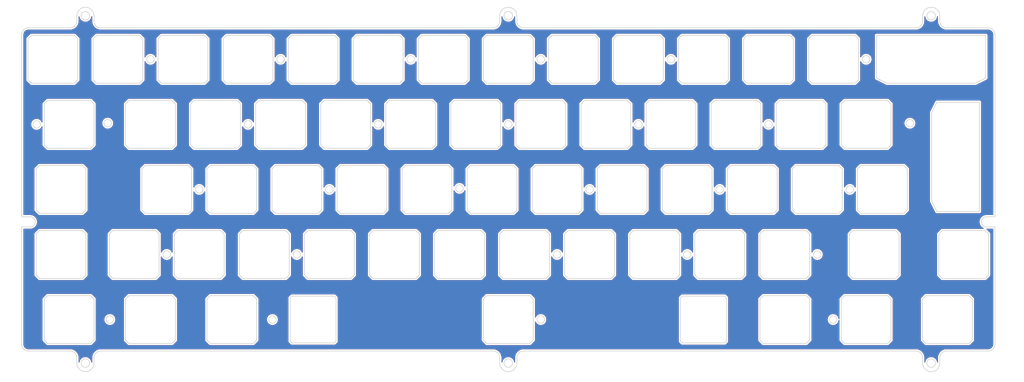
<source format=kicad_pcb>
(kicad_pcb (version 20211014) (generator pcbnew)
  (layers (0 "F.Cu" signal) (31 "B.Cu" signal) (34 "B.Paste" user) (35 "F.Paste" user) (36 "B.SilkS" user "B.Silkscreen") (37 "F.SilkS" user "F.Silkscreen") (38 "B.Mask" user) (39 "F.Mask" user) (44 "Edge.Cuts" user))
  (net 0 "")
  (gr_line (start 217.689 99.903002) (end 218.689 100.903002) (layer "Edge.Cuts") (width 0.2))
  (gr_line (start 75.814 81.853002) (end 75.814 93.853002) (layer "Edge.Cuts") (width 0.2))
  (gr_line (start 185.3515 74.803002) (end 184.3515 75.803002) (layer "Edge.Cuts") (width 0.2))
  (gr_line (start 28.189 74.803002) (end 27.189 75.803002) (layer "Edge.Cuts") (width 0.2))
  (gr_line (start 118.364 81.853002) (end 119.364 80.853002) (layer "Edge.Cuts") (width 0.2))
  (gr_line (start 80.5765 43.753002) (end 80.5765 55.753002) (layer "Edge.Cuts") (width 0.2))
  (gr_line (start 21.143784 40.553002) (end 8.9765 40.553002) (layer "Edge.Cuts") (width 0.2))
  (gr_line (start 200.4025 132.823502) (end 199.8955 132.316502) (layer "Edge.Cuts") (width 0.2))
  (gr_line (start 141.489 113.903002) (end 128.889 113.903002) (layer "Edge.Cuts") (width 0.2))
  (gr_line (start 200.3265 56.753002) (end 199.3265 55.753002) (layer "Edge.Cuts") (width 0.2))
  (gr_arc (start 270.801784 38.553002) (mid 270.215998 39.967216) (end 268.801784 40.553002) (layer "Edge.Cuts") (width 0.2))
  (gr_line (start 132.6515 74.803002) (end 132.6515 62.803002) (layer "Edge.Cuts") (width 0.2))
  (gr_line (start 274.94525 62.328002) (end 280.44525 62.328002) (layer "Edge.Cuts") (width 0.2))
  (gr_line (start 151.7015 62.803002) (end 152.7015 61.803002) (layer "Edge.Cuts") (width 0.2))
  (gr_line (start 190.114 81.853002) (end 190.114 93.853002) (layer "Edge.Cuts") (width 0.2))
  (gr_line (start 242.5015 62.803002) (end 242.5015 74.803002) (layer "Edge.Cuts") (width 0.2))
  (gr_line (start 233.664 80.853002) (end 246.264 80.853002) (layer "Edge.Cuts") (width 0.2))
  (gr_line (start 12.20775 94.853002) (end 11.20775 93.853002) (layer "Edge.Cuts") (width 0.2))
  (gr_line (start 51.689 112.903002) (end 51.689 100.903002) (layer "Edge.Cuts") (width 0.2))
  (gr_line (start 89.789 112.903002) (end 89.789 100.903002) (layer "Edge.Cuts") (width 0.2))
  (gr_line (start 89.789 100.903002) (end 90.789 99.903002) (layer "Edge.Cuts") (width 0.2))
  (gr_line (start 62.214 94.853002) (end 61.214 93.853002) (layer "Edge.Cuts") (width 0.2))
  (gr_line (start 25.80775 93.853002) (end 24.80775 94.853002) (layer "Edge.Cuts") (width 0.2))
  (gr_arc (start 10.9765 97.353002) (mid 10.537174 98.413686) (end 9.4765 98.853002) (layer "Edge.Cuts") (width 0.2))
  (gr_line (start 287.44525 94.328002) (end 280.44525 94.328002) (layer "Edge.Cuts") (width 0.2))
  (gr_line (start 270.764 119.953002) (end 271.764 118.953002) (layer "Edge.Cuts") (width 0.2))
  (gr_line (start 94.864 81.853002) (end 94.864 93.853002) (layer "Edge.Cuts") (width 0.2))
  (gr_line (start 55.764 80.853002) (end 56.764 81.853002) (layer "Edge.Cuts") (width 0.2))
  (gr_line (start 199.3265 55.753002) (end 199.3265 43.753002) (layer "Edge.Cuts") (width 0.2))
  (gr_line (start 151.972672 38.553002) (end 151.972672 38.24086) (layer "Edge.Cuts") (width 0.2))
  (gr_line (start 284.364 118.953002) (end 285.364 119.953002) (layer "Edge.Cuts") (width 0.2))
  (gr_arc (start 151.972679 137.153002) (mid 152.558465 135.738788) (end 153.972679 135.153002) (layer "Edge.Cuts") (width 0.2))
  (gr_arc (start 30.143672 40.553002) (mid 28.729494 39.967201) (end 28.143672 38.553002) (layer "Edge.Cuts") (width 0.2))
  (gr_arc (start 146.972809 37.029207) (mid 149.450416 34.503101) (end 151.972605 36.984695) (layer "Edge.Cuts") (width 0.2))
  (gr_line (start 62.214 118.953002) (end 74.814 118.953002) (layer "Edge.Cuts") (width 0.2))
  (gr_line (start 132.964 81.853002) (end 132.964 93.853002) (layer "Edge.Cuts") (width 0.2))
  (gr_line (start 247.9515 61.803002) (end 260.5515 61.803002) (layer "Edge.Cuts") (width 0.2))
  (gr_line (start 213.614 93.853002) (end 213.614 81.853002) (layer "Edge.Cuts") (width 0.2))
  (gr_line (start 151.014 94.853002) (end 138.414 94.853002) (layer "Edge.Cuts") (width 0.2))
  (gr_line (start 84.339 99.903002) (end 85.339 100.903002) (layer "Edge.Cuts") (width 0.2))
  (gr_line (start 250.33275 113.903002) (end 249.33275 112.903002) (layer "Edge.Cuts") (width 0.2))
  (gr_line (start 237.4265 55.753002) (end 237.4265 43.753002) (layer "Edge.Cuts") (width 0.2))
  (gr_line (start 224.139 132.953002) (end 223.139 131.953002) (layer "Edge.Cuts") (width 0.2))
  (gr_circle (center 49.464 106.903002) (end 48.364 106.903002) (layer "Edge.Cuts") (width 0.2) (fill none))
  (gr_line (start 65.9765 43.753002) (end 66.9765 42.753002) (layer "Edge.Cuts") (width 0.2))
  (gr_line (start 275.5265 100.903002) (end 276.5265 99.903002) (layer "Edge.Cuts") (width 0.2))
  (gr_line (start 270.764 131.953002) (end 270.764 119.953002) (layer "Edge.Cuts") (width 0.2))
  (gr_line (start 147.939 113.903002) (end 146.939 112.903002) (layer "Edge.Cuts") (width 0.2))
  (gr_circle (center 25.643672 138.703002) (end 24.393672 138.703002) (layer "Edge.Cuts") (width 0.2) (fill none))
  (gr_line (start 85.5889 132.316502) (end 85.5889 119.589502) (layer "Edge.Cuts") (width 0.2))
  (gr_circle (center 273.301672 37.003002) (end 272.051672 37.003002) (layer "Edge.Cuts") (width 0.2) (fill none))
  (gr_line (start 219.3765 42.753002) (end 231.9765 42.753002) (layer "Edge.Cuts") (width 0.2))
  (gr_line (start 22.4265 56.753002) (end 9.8265 56.753002) (layer "Edge.Cuts") (width 0.2))
  (gr_line (start 94.864 93.853002) (end 93.864 94.853002) (layer "Edge.Cuts") (width 0.2))
  (gr_arc (start 268.801784 135.153002) (mid 270.215997 135.738789) (end 270.801784 137.153002) (layer "Edge.Cuts") (width 0.2))
  (gr_line (start 25.80775 100.903002) (end 25.80775 112.903002) (layer "Edge.Cuts") (width 0.2))
  (gr_line (start 252.714 80.853002) (end 265.314 80.853002) (layer "Edge.Cuts") (width 0.2))
  (gr_line (start 14.589 132.953002) (end 13.589 131.953002) (layer "Edge.Cuts") (width 0.2))
  (gr_line (start 156.7765 43.753002) (end 156.7765 55.753002) (layer "Edge.Cuts") (width 0.2))
  (gr_arc (start 277.801618 40.553002) (mid 276.387404 39.967216) (end 275.801618 38.553002) (layer "Edge.Cuts") (width 0.2))
  (gr_line (start 151.972631 38.228044) (end 151.972605 36.984695) (layer "Edge.Cuts") (width 0.2))
  (gr_line (start 155.7765 42.753002) (end 156.7765 43.753002) (layer "Edge.Cuts") (width 0.2))
  (gr_line (start 86.0959 119.082502) (end 98.5439 119.082502) (layer "Edge.Cuts") (width 0.2))
  (gr_line (start 99.6265 43.753002) (end 99.6265 55.753002) (layer "Edge.Cuts") (width 0.2))
  (gr_line (start 123.439 112.903002) (end 122.439 113.903002) (layer "Edge.Cuts") (width 0.2))
  (gr_line (start 127.2015 61.803002) (end 128.2015 62.803002) (layer "Edge.Cuts") (width 0.2))
  (gr_line (start 95.5515 61.803002) (end 108.1515 61.803002) (layer "Edge.Cuts") (width 0.2))
  (gr_line (start 171.064 81.853002) (end 171.064 93.853002) (layer "Edge.Cuts") (width 0.2))
  (gr_line (start 117.6765 56.753002) (end 105.0765 56.753002) (layer "Edge.Cuts") (width 0.2))
  (gr_line (start 100.314 94.853002) (end 99.314 93.853002) (layer "Edge.Cuts") (width 0.2))
  (gr_line (start 28.189 131.953002) (end 27.189 132.953002) (layer "Edge.Cuts") (width 0.2))
  (gr_line (start 218.689 100.903002) (end 218.689 112.903002) (layer "Edge.Cuts") (width 0.2))
  (gr_line (start 74.814 118.953002) (end 75.814 119.953002) (layer "Edge.Cuts") (width 0.2))
  (gr_line (start 181.2765 56.753002) (end 180.2765 55.753002) (layer "Edge.Cuts") (width 0.2))
  (gr_line (start 75.5015 74.803002) (end 75.5015 62.803002) (layer "Edge.Cuts") (width 0.2))
  (gr_line (start 263.93275 100.903002) (end 263.93275 112.903002) (layer "Edge.Cuts") (width 0.2))
  (gr_line (start 108.839 100.903002) (end 109.839 99.903002) (layer "Edge.Cuts") (width 0.2))
  (gr_line (start 171.7515 75.803002) (end 170.7515 74.803002) (layer "Edge.Cuts") (width 0.2))
  (gr_line (start 132.6515 62.803002) (end 133.6515 61.803002) (layer "Edge.Cuts") (width 0.2))
  (gr_line (start 199.3265 43.753002) (end 200.3265 42.753002) (layer "Edge.Cuts") (width 0.2))
  (gr_line (start 285.364 131.953002) (end 284.364 132.953002) (layer "Edge.Cuts") (width 0.2))
  (gr_line (start 80.5765 55.753002) (end 79.5765 56.753002) (layer "Edge.Cuts") (width 0.2))
  (gr_line (start 218.3765 43.753002) (end 219.3765 42.753002) (layer "Edge.Cuts") (width 0.2))
  (gr_line (start 175.514 93.853002) (end 175.514 81.853002) (layer "Edge.Cuts") (width 0.2))
  (gr_circle (center 187.5765 68.803002) (end 186.4765 68.803002) (layer "Edge.Cuts") (width 0.2) (fill none))
  (gr_line (start 25.80775 112.903002) (end 24.80775 113.903002) (layer "Edge.Cuts") (width 0.2))
  (gr_line (start 152.7015 61.803002) (end 165.3015 61.803002) (layer "Edge.Cuts") (width 0.2))
  (gr_line (start 42.164 81.853002) (end 43.164 80.853002) (layer "Edge.Cuts") (width 0.2))
  (gr_line (start 113.914 93.853002) (end 112.914 94.853002) (layer "Edge.Cuts") (width 0.2))
  (gr_line (start 275.801605 138.721309) (end 275.801605 137.153002) (layer "Edge.Cuts") (width 0.2))
  (gr_circle (center 254.2515 49.753002) (end 253.1515 49.753002) (layer "Edge.Cuts") (width 0.2) (fill none))
  (gr_line (start 232.9765 55.753002) (end 231.9765 56.753002) (layer "Edge.Cuts") (width 0.2))
  (gr_line (start 8.9765 135.153002) (end 21.143809 135.153002) (layer "Edge.Cuts") (width 0.2))
  (gr_line (start 146.972809 37.029207) (end 146.972784 37.628647) (layer "Edge.Cuts") (width 0.2))
  (gr_circle (center 149.4765 68.803002) (end 148.3765 68.803002) (layer "Edge.Cuts") (width 0.2) (fill none))
  (gr_line (start 38.4015 132.953002) (end 37.4015 131.953002) (layer "Edge.Cuts") (width 0.2))
  (gr_line (start 165.3015 75.803002) (end 152.7015 75.803002) (layer "Edge.Cuts") (width 0.2))
  (gr_line (start 109.1515 74.803002) (end 108.1515 75.803002) (layer "Edge.Cuts") (width 0.2))
  (gr_line (start 86.0959 132.823502) (end 85.5889 132.316502) (layer "Edge.Cuts") (width 0.2))
  (gr_line (start 127.889 100.903002) (end 128.889 99.903002) (layer "Edge.Cuts") (width 0.2))
  (gr_line (start 175.514 81.853002) (end 176.514 80.853002) (layer "Edge.Cuts") (width 0.2))
  (gr_circle (center 135.1765 87.553002) (end 134.0765 87.553002) (layer "Edge.Cuts") (width 0.2) (fill none))
  (gr_line (start 241.5015 75.803002) (end 228.9015 75.803002) (layer "Edge.Cuts") (width 0.2))
  (gr_line (start 14.589 118.953002) (end 27.189 118.953002) (layer "Edge.Cuts") (width 0.2))
  (gr_line (start 123.1265 43.753002) (end 124.1265 42.753002) (layer "Edge.Cuts") (width 0.2))
  (gr_arc (start 289.9765 40.553002) (mid 291.390714 41.138788) (end 291.9765 42.553002) (layer "Edge.Cuts") (width 0.2))
  (gr_line (start 171.7515 61.803002) (end 184.3515 61.803002) (layer "Edge.Cuts") (width 0.2))
  (gr_line (start 291.9765 98.853002) (end 289.4765 98.853002) (layer "Edge.Cuts") (width 0.2))
  (gr_arc (start 151.972605 138.721309) (mid 149.450416 141.202903) (end 146.972809 138.676798) (layer "Edge.Cuts") (width 0.2))
  (gr_line (start 186.039 99.903002) (end 198.639 99.903002) (layer "Edge.Cuts") (width 0.2))
  (gr_line (start 75.814 93.853002) (end 74.814 94.853002) (layer "Edge.Cuts") (width 0.2))
  (gr_line (start 151.972631 137.477961) (end 151.972679 137.464139) (layer "Edge.Cuts") (width 0.2))
  (gr_line (start 81.264 94.853002) (end 80.264 93.853002) (layer "Edge.Cuts") (width 0.2))
  (gr_circle (center 149.472672 37.003002) (end 148.222672 37.003002) (layer "Edge.Cuts") (width 0.2) (fill none))
  (gr_line (start 185.3515 62.803002) (end 185.3515 74.803002) (layer "Edge.Cuts") (width 0.2))
  (gr_line (start 185.039 100.903002) (end 186.039 99.903002) (layer "Edge.Cuts") (width 0.2))
  (gr_line (start 28.189 119.953002) (end 28.189 131.953002) (layer "Edge.Cuts") (width 0.2))
  (gr_line (start 268.801784 40.553002) (end 153.972672 40.553002) (layer "Edge.Cuts") (width 0.2))
  (gr_line (start 213.614 81.853002) (end 214.614 80.853002) (layer "Edge.Cuts") (width 0.2))
  (gr_line (start 289.3015 42.753002) (end 289.3015 55.253002) (layer "Edge.Cuts") (width 0.2))
  (gr_line (start 176.514 94.853002) (end 175.514 93.853002) (layer "Edge.Cuts") (width 0.2))
  (gr_line (start 27.189 118.953002) (end 28.189 119.953002) (layer "Edge.Cuts") (width 0.2))
  (gr_line (start 11.20775 100.903002) (end 12.20775 99.903002) (layer "Edge.Cuts") (width 0.2))
  (gr_line (start 151.7015 74.803002) (end 151.7015 62.803002) (layer "Edge.Cuts") (width 0.2))
  (gr_line (start 261.5515 62.803002) (end 261.5515 74.803002) (layer "Edge.Cuts") (width 0.2))
  (gr_line (start 291.9765 95.853002) (end 291.9765 42.553002) (layer "Edge.Cuts") (width 0.2))
  (gr_line (start 108.1515 61.803002) (end 109.1515 62.803002) (layer "Edge.Cuts") (width 0.2))
  (gr_line (start 142.1765 131.953002) (end 142.1765 119.953002) (layer "Edge.Cuts") (width 0.2))
  (gr_line (start 212.8505 132.823502) (end 200.4025 132.823502) (layer "Edge.Cuts") (width 0.2))
  (gr_line (start 156.464 81.853002) (end 157.464 80.853002) (layer "Edge.Cuts") (width 0.2))
  (gr_circle (center 159.0015 125.953002) (end 157.9015 125.953002) (layer "Edge.Cuts") (width 0.2) (fill none))
  (gr_line (start 142.489 112.903002) (end 141.489 113.903002) (layer "Edge.Cuts") (width 0.2))
  (gr_line (start 266.314 93.853002) (end 265.314 94.853002) (layer "Edge.Cuts") (width 0.2))
  (gr_line (start 9.4765 98.853002) (end 6.9765 98.853002) (layer "Edge.Cuts") (width 0.2))
  (gr_line (start 194.564 93.853002) (end 194.564 81.853002) (layer "Edge.Cuts") (width 0.2))
  (gr_line (start 70.0515 61.803002) (end 71.0515 62.803002) (layer "Edge.Cuts") (width 0.2))
  (gr_line (start 223.139 112.903002) (end 223.139 100.903002) (layer "Edge.Cuts") (width 0.2))
  (gr_line (start 122.439 99.903002) (end 123.439 100.903002) (layer "Edge.Cuts") (width 0.2))
  (gr_line (start 98.6265 42.753002) (end 99.6265 43.753002) (layer "Edge.Cuts") (width 0.2))
  (gr_line (start 156.464 93.853002) (end 156.464 81.853002) (layer "Edge.Cuts") (width 0.2))
  (gr_line (start 146.939 100.903002) (end 147.939 99.903002) (layer "Edge.Cuts") (width 0.2))
  (gr_line (start 290.1265 112.903002) (end 289.1265 113.903002) (layer "Edge.Cuts") (width 0.2))
  (gr_line (start 75.814 131.953002) (end 74.814 132.953002) (layer "Edge.Cuts") (width 0.2))
  (gr_circle (center 32.795264 125.953002) (end 31.695264 125.953002) (layer "Edge.Cuts") (width 0.2) (fill none))
  (gr_line (start 246.9515 119.953002) (end 247.9515 118.953002) (layer "Edge.Cuts") (width 0.2))
  (gr_line (start 41.4765 56.753002) (end 28.8765 56.753002) (layer "Edge.Cuts") (width 0.2))
  (gr_line (start 56.764 81.853002) (end 56.764 93.853002) (layer "Edge.Cuts") (width 0.2))
  (gr_line (start 276.5265 99.903002) (end 289.1265 99.903002) (layer "Edge.Cuts") (width 0.2))
  (gr_line (start 99.0509 132.316502) (end 98.5439 132.823502) (layer "Edge.Cuts") (width 0.2))
  (gr_line (start 166.3015 62.803002) (end 166.3015 74.803002) (layer "Edge.Cuts") (width 0.2))
  (gr_line (start 142.1765 43.753002) (end 143.1765 42.753002) (layer "Edge.Cuts") (width 0.2))
  (gr_line (start 24.80775 99.903002) (end 25.80775 100.903002) (layer "Edge.Cuts") (width 0.2))
  (gr_line (start 161.2265 55.753002) (end 161.2265 43.753002) (layer "Edge.Cuts") (width 0.2))
  (gr_line (start 75.814 119.953002) (end 75.814 131.953002) (layer "Edge.Cuts") (width 0.2))
  (gr_line (start 32.639 100.903002) (end 33.639 99.903002) (layer "Edge.Cuts") (width 0.2))
  (gr_line (start 246.9515 62.803002) (end 247.9515 61.803002) (layer "Edge.Cuts") (width 0.2))
  (gr_line (start 156.7765 131.953002) (end 155.7765 132.953002) (layer "Edge.Cuts") (width 0.2))
  (gr_line (start 28.143679 137.464139) (end 28.143679 137.153002) (layer "Edge.Cuts") (width 0.2))
  (gr_line (start 166.3015 74.803002) (end 165.3015 75.803002) (layer "Edge.Cuts") (width 0.2))
  (gr_circle (center 201.864 106.903002) (end 200.764 106.903002) (layer "Edge.Cuts") (width 0.2) (fill none))
  (gr_line (start 223.139 119.953002) (end 224.139 118.953002) (layer "Edge.Cuts") (width 0.2))
  (gr_line (start 170.7515 62.803002) (end 171.7515 61.803002) (layer "Edge.Cuts") (width 0.2))
  (gr_line (start 238.4265 42.753002) (end 251.0265 42.753002) (layer "Edge.Cuts") (width 0.2))
  (gr_line (start 275.801618 37.606369) (end 275.801605 36.984695) (layer "Edge.Cuts") (width 0.2))
  (gr_line (start 46.239 99.903002) (end 47.239 100.903002) (layer "Edge.Cuts") (width 0.2))
  (gr_line (start 51.689 100.903002) (end 52.689 99.903002) (layer "Edge.Cuts") (width 0.2))
  (gr_line (start 37.4015 74.803002) (end 37.4015 62.803002) (layer "Edge.Cuts") (width 0.2))
  (gr_line (start 260.3015 56.753002) (end 257.3015 55.253002) (layer "Edge.Cuts") (width 0.2))
  (gr_line (start 213.9265 43.753002) (end 213.9265 55.753002) (layer "Edge.Cuts") (width 0.2))
  (gr_line (start 74.814 132.953002) (end 62.214 132.953002) (layer "Edge.Cuts") (width 0.2))
  (gr_line (start 247.9515 118.953002) (end 260.5515 118.953002) (layer "Edge.Cuts") (width 0.2))
  (gr_line (start 11.20775 81.853002) (end 12.20775 80.853002) (layer "Edge.Cuts") (width 0.2))
  (gr_line (start 28.143631 38.228044) (end 28.143605 36.984695) (layer "Edge.Cuts") (width 0.2))
  (gr_line (start 104.389 100.903002) (end 104.389 112.903002) (layer "Edge.Cuts") (width 0.2))
  (gr_line (start 208.164 94.853002) (end 195.564 94.853002) (layer "Edge.Cuts") (width 0.2))
  (gr_line (start 60.5265 56.753002) (end 47.9265 56.753002) (layer "Edge.Cuts") (width 0.2))
  (gr_line (start 199.639 100.903002) (end 199.639 112.903002) (layer "Edge.Cuts") (width 0.2))
  (gr_line (start 212.8575 119.082502) (end 213.3575 119.589502) (layer "Edge.Cuts") (width 0.2))
  (gr_line (start 80.264 93.853002) (end 80.264 81.853002) (layer "Edge.Cuts") (width 0.2))
  (gr_line (start 156.7765 55.753002) (end 155.7765 56.753002) (layer "Edge.Cuts") (width 0.2))
  (gr_line (start 228.214 93.853002) (end 227.214 94.853002) (layer "Edge.Cuts") (width 0.2))
  (gr_line (start 23.143784 37.628647) (end 23.143784 38.553002) (layer "Edge.Cuts") (width 0.2))
  (gr_circle (center 73.2765 68.803002) (end 72.1765 68.803002) (layer "Edge.Cuts") (width 0.2) (fill none))
  (gr_line (start 28.189 62.803002) (end 28.189 74.803002) (layer "Edge.Cuts") (width 0.2))
  (gr_line (start 273.44525 91.328002) (end 273.44525 65.328002) (layer "Edge.Cuts") (width 0.2))
  (gr_line (start 57.4515 75.803002) (end 56.4515 74.803002) (layer "Edge.Cuts") (width 0.2))
  (gr_circle (center 11.364 68.803002) (end 10.264 68.803002) (layer "Edge.Cuts") (width 0.2) (fill none))
  (gr_line (start 25.80775 81.853002) (end 25.80775 93.853002) (layer "Edge.Cuts") (width 0.2))
  (gr_line (start 212.9265 42.753002) (end 213.9265 43.753002) (layer "Edge.Cuts") (width 0.2))
  (gr_line (start 200.3265 42.753002) (end 212.9265 42.753002) (layer "Edge.Cuts") (width 0.2))
  (gr_line (start 204.4015 62.803002) (end 204.4015 74.803002) (layer "Edge.Cuts") (width 0.2))
  (gr_line (start 180.2765 43.753002) (end 181.2765 42.753002) (layer "Edge.Cuts") (width 0.2))
  (gr_arc (start 146.972784 38.553002) (mid 146.386998 39.967215) (end 144.972784 40.553002) (layer "Edge.Cuts") (width 0.2))
  (gr_line (start 141.489 99.903002) (end 142.489 100.903002) (layer "Edge.Cuts") (width 0.2))
  (gr_arc (start 21.143809 135.153002) (mid 22.558034 135.738787) (end 23.143809 137.153002) (layer "Edge.Cuts") (width 0.2))
  (gr_line (start 23.4265 55.753002) (end 22.4265 56.753002) (layer "Edge.Cuts") (width 0.2))
  (gr_circle (center 80.42025 125.953002) (end 79.32025 125.953002) (layer "Edge.Cuts") (width 0.2) (fill none))
  (gr_line (start 66.289 112.903002) (end 65.289 113.903002) (layer "Edge.Cuts") (width 0.2))
  (gr_line (start 61.214 93.853002) (end 61.214 81.853002) (layer "Edge.Cuts") (width 0.2))
  (gr_arc (start 8.9765 135.153002) (mid 7.562268 134.567217) (end 6.9765 133.153002) (layer "Edge.Cuts") (width 0.2))
  (gr_line (start 33.639 99.903002) (end 46.239 99.903002) (layer "Edge.Cuts") (width 0.2))
  (gr_line (start 189.114 94.853002) (end 176.514 94.853002) (layer "Edge.Cuts") (width 0.2))
  (gr_line (start 51.0015 75.803002) (end 38.4015 75.803002) (layer "Edge.Cuts") (width 0.2))
  (gr_line (start 237.739 100.903002) (end 237.739 112.903002) (layer "Edge.Cuts") (width 0.2))
  (gr_line (start 151.972605 138.721309) (end 151.972631 137.477961) (layer "Edge.Cuts") (width 0.2))
  (gr_line (start 205.089 99.903002) (end 217.689 99.903002) (layer "Edge.Cuts") (width 0.2))
  (gr_line (start 128.889 99.903002) (end 141.489 99.903002) (layer "Edge.Cuts") (width 0.2))
  (gr_line (start 180.2765 55.753002) (end 180.2765 43.753002) (layer "Edge.Cuts") (width 0.2))
  (gr_line (start 89.1015 75.803002) (end 76.5015 75.803002) (layer "Edge.Cuts") (width 0.2))
  (gr_line (start 222.4515 61.803002) (end 223.4515 62.803002) (layer "Edge.Cuts") (width 0.2))
  (gr_circle (center 87.564 106.903002) (end 86.464 106.903002) (layer "Edge.Cuts") (width 0.2) (fill none))
  (gr_line (start 227.9015 62.803002) (end 228.9015 61.803002) (layer "Edge.Cuts") (width 0.2))
  (gr_line (start 28.8765 42.753002) (end 41.4765 42.753002) (layer "Edge.Cuts") (width 0.2))
  (gr_line (start 47.9265 56.753002) (end 46.9265 55.753002) (layer "Edge.Cuts") (width 0.2))
  (gr_line (start 209.164 93.853002) (end 208.164 94.853002) (layer "Edge.Cuts") (width 0.2))
  (gr_line (start 153.972679 135.153002) (end 268.801784 135.153002) (layer "Edge.Cuts") (width 0.2))
  (gr_line (start 71.739 113.903002) (end 70.739 112.903002) (layer "Edge.Cuts") (width 0.2))
  (gr_line (start 61.5265 55.753002) (end 60.5265 56.753002) (layer "Edge.Cuts") (width 0.2))
  (gr_line (start 280.44525 94.328002) (end 274.94525 94.328002) (layer "Edge.Cuts") (width 0.2))
  (gr_line (start 47.239 112.903002) (end 46.239 113.903002) (layer "Edge.Cuts") (width 0.2))
  (gr_line (start 190.8015 61.803002) (end 203.4015 61.803002) (layer "Edge.Cuts") (width 0.2))
  (gr_line (start 119.364 80.853002) (end 131.964 80.853002) (layer "Edge.Cuts") (width 0.2))
  (gr_line (start 218.3765 55.753002) (end 218.3765 43.753002) (layer "Edge.Cuts") (width 0.2))
  (gr_line (start 194.8765 55.753002) (end 193.8765 56.753002) (layer "Edge.Cuts") (width 0.2))
  (gr_circle (center 273.301672 138.703002) (end 272.051672 138.703002) (layer "Edge.Cuts") (width 0.2) (fill none))
  (gr_line (start 227.214 80.853002) (end 228.214 81.853002) (layer "Edge.Cuts") (width 0.2))
  (gr_line (start 122.439 113.903002) (end 109.839 113.903002) (layer "Edge.Cuts") (width 0.2))
  (gr_line (start 275.801618 38.553002) (end 275.801618 37.606369) (layer "Edge.Cuts") (width 0.2))
  (gr_line (start 222.4515 75.803002) (end 209.8515 75.803002) (layer "Edge.Cuts") (width 0.2))
  (gr_line (start 144.972784 40.553002) (end 30.143672 40.553002) (layer "Edge.Cuts") (width 0.2))
  (gr_line (start 66.289 100.903002) (end 66.289 112.903002) (layer "Edge.Cuts") (width 0.2))
  (gr_line (start 62.214 80.853002) (end 74.814 80.853002) (layer "Edge.Cuts") (width 0.2))
  (gr_line (start 276.5265 113.903002) (end 275.5265 112.903002) (layer "Edge.Cuts") (width 0.2))
  (gr_line (start 118.6765 55.753002) (end 117.6765 56.753002) (layer "Edge.Cuts") (width 0.2))
  (gr_line (start 85.0265 43.753002) (end 86.0265 42.753002) (layer "Edge.Cuts") (width 0.2))
  (gr_line (start 119.364 94.853002) (end 118.364 93.853002) (layer "Edge.Cuts") (width 0.2))
  (gr_line (start 198.639 99.903002) (end 199.639 100.903002) (layer "Edge.Cuts") (width 0.2))
  (gr_line (start 270.801784 138.077357) (end 270.801809 138.676798) (layer "Edge.Cuts") (width 0.2))
  (gr_line (start 190.8015 75.803002) (end 189.8015 74.803002) (layer "Edge.Cuts") (width 0.2))
  (gr_line (start 137.414 93.853002) (end 137.414 81.853002) (layer "Edge.Cuts") (width 0.2))
  (gr_line (start 209.8515 61.803002) (end 222.4515 61.803002) (layer "Edge.Cuts") (width 0.2))
  (gr_line (start 152.014 93.853002) (end 151.014 94.853002) (layer "Edge.Cuts") (width 0.2))
  (gr_line (start 22.4265 42.753002) (end 23.4265 43.753002) (layer "Edge.Cuts") (width 0.2))
  (gr_line (start 43.164 94.853002) (end 42.164 93.853002) (layer "Edge.Cuts") (width 0.2))
  (gr_line (start 81.264 80.853002) (end 93.864 80.853002) (layer "Edge.Cuts") (width 0.2))
  (gr_line (start 27.189 75.803002) (end 14.589 75.803002) (layer "Edge.Cuts") (width 0.2))
  (gr_line (start 90.789 99.903002) (end 103.389 99.903002) (layer "Edge.Cuts") (width 0.2))
  (gr_line (start 12.20775 80.853002) (end 24.80775 80.853002) (layer "Edge.Cuts") (width 0.2))
  (gr_circle (center 211.389 87.853002) (end 210.289 87.853002) (layer "Edge.Cuts") (width 0.2) (fill none))
  (gr_line (start 70.739 112.903002) (end 70.739 100.903002) (layer "Edge.Cuts") (width 0.2))
  (gr_line (start 217.689 113.903002) (end 205.089 113.903002) (layer "Edge.Cuts") (width 0.2))
  (gr_line (start 273.44525 65.328002) (end 274.94525 62.328002) (layer "Edge.Cuts") (width 0.2))
  (gr_line (start 76.5015 61.803002) (end 89.1015 61.803002) (layer "Edge.Cuts") (width 0.2))
  (gr_line (start 84.339 113.903002) (end 71.739 113.903002) (layer "Edge.Cuts") (width 0.2))
  (gr_line (start 114.6015 61.803002) (end 127.2015 61.803002) (layer "Edge.Cuts") (width 0.2))
  (gr_line (start 37.4015 62.803002) (end 38.4015 61.803002) (layer "Edge.Cuts") (width 0.2))
  (gr_line (start 109.839 99.903002) (end 122.439 99.903002) (layer "Edge.Cuts") (width 0.2))
  (gr_line (start 61.5265 43.753002) (end 61.5265 55.753002) (layer "Edge.Cuts") (width 0.2))
  (gr_line (start 199.8955 132.316502) (end 199.8955 119.589502) (layer "Edge.Cuts") (width 0.2))
  (gr_line (start 252.0265 43.753002) (end 252.0265 55.753002) (layer "Edge.Cuts") (width 0.2))
  (gr_line (start 271.764 118.953002) (end 284.364 118.953002) (layer "Edge.Cuts") (width 0.2))
  (gr_line (start 224.139 99.903002) (end 236.739 99.903002) (layer "Edge.Cuts") (width 0.2))
  (gr_line (start 14.589 75.803002) (end 13.589 74.803002) (layer "Edge.Cuts") (width 0.2))
  (gr_line (start 23.143809 137.153002) (end 23.143809 138.676798) (layer "Edge.Cuts") (width 0.2))
  (gr_line (start 57.4515 61.803002) (end 70.0515 61.803002) (layer "Edge.Cuts") (width 0.2))
  (gr_line (start 100.314 80.853002) (end 112.914 80.853002) (layer "Edge.Cuts") (width 0.2))
  (gr_arc (start 28.143605 138.721309) (mid 25.62142 141.2029) (end 23.143809 138.676798) (layer "Edge.Cuts") (width 0.2))
  (gr_line (start 246.9515 74.803002) (end 246.9515 62.803002) (layer "Edge.Cuts") (width 0.2))
  (gr_line (start 218.689 112.903002) (end 217.689 113.903002) (layer "Edge.Cuts") (width 0.2))
  (gr_line (start 47.239 100.903002) (end 47.239 112.903002) (layer "Edge.Cuts") (width 0.2))
  (gr_line (start 136.7265 56.753002) (end 124.1265 56.753002) (layer "Edge.Cuts") (width 0.2))
  (gr_line (start 123.1265 55.753002) (end 123.1265 43.753002) (layer "Edge.Cuts") (width 0.2))
  (gr_line (start 99.6265 55.753002) (end 98.6265 56.753002) (layer "Edge.Cuts") (width 0.2))
  (gr_line (start 11.20775 112.903002) (end 11.20775 100.903002) (layer "Edge.Cuts") (width 0.2))
  (gr_line (start 170.064 94.853002) (end 157.464 94.853002) (layer "Edge.Cuts") (width 0.2))
  (gr_line (start 52.0015 131.953002) (end 51.0015 132.953002) (layer "Edge.Cuts") (width 0.2))
  (gr_line (start 71.0515 62.803002) (end 71.0515 74.803002) (layer "Edge.Cuts") (width 0.2))
  (gr_line (start 185.039 112.903002) (end 185.039 100.903002) (layer "Edge.Cuts") (width 0.2))
  (gr_line (start 180.589 112.903002) (end 179.589 113.903002) (layer "Edge.Cuts") (width 0.2))
  (gr_line (start 186.039 113.903002) (end 185.039 112.903002) (layer "Edge.Cuts") (width 0.2))
  (gr_line (start 90.1015 74.803002) (end 89.1015 75.803002) (layer "Edge.Cuts") (width 0.2))
  (gr_line (start 151.014 80.853002) (end 152.014 81.853002) (layer "Edge.Cuts") (width 0.2))
  (gr_line (start 236.739 132.953002) (end 224.139 132.953002) (layer "Edge.Cuts") (width 0.2))
  (gr_line (start 209.8515 75.803002) (end 208.8515 74.803002) (layer "Edge.Cuts") (width 0.2))
  (gr_line (start 46.9265 43.753002) (end 47.9265 42.753002) (layer "Edge.Cuts") (width 0.2))
  (gr_line (start 155.7765 56.753002) (end 143.1765 56.753002) (layer "Edge.Cuts") (width 0.2))
  (gr_line (start 208.8515 74.803002) (end 208.8515 62.803002) (layer "Edge.Cuts") (width 0.2))
  (gr_line (start 28.143605 138.721309) (end 28.143631 137.477961) (layer "Edge.Cuts") (width 0.2))
  (gr_line (start 51.0015 61.803002) (end 52.0015 62.803002) (layer "Edge.Cuts") (width 0.2))
  (gr_line (start 275.5265 112.903002) (end 275.5265 100.903002) (layer "Edge.Cuts") (width 0.2))
  (gr_line (start 247.9515 132.953002) (end 246.9515 131.953002) (layer "Edge.Cuts") (width 0.2))
  (gr_line (start 152.7015 75.803002) (end 151.7015 74.803002) (layer "Edge.Cuts") (width 0.2))
  (gr_line (start 56.764 93.853002) (end 55.764 94.853002) (layer "Edge.Cuts") (width 0.2))
  (gr_line (start 198.639 113.903002) (end 186.039 113.903002) (layer "Edge.Cuts") (width 0.2))
  (gr_line (start 194.564 81.853002) (end 195.564 80.853002) (layer "Edge.Cuts") (width 0.2))
  (gr_line (start 80.264 81.853002) (end 81.264 80.853002) (layer "Edge.Cuts") (width 0.2))
  (gr_line (start 271.764 132.953002) (end 270.764 131.953002) (layer "Edge.Cuts") (width 0.2))
  (gr_line (start 146.972784 138.077357) (end 146.972809 138.676798) (layer "Edge.Cuts") (width 0.2))
  (gr_line (start 180.589 100.903002) (end 180.589 112.903002) (layer "Edge.Cuts") (width 0.2))
  (gr_line (start 146.972784 137.153002) (end 146.972784 138.077357) (layer "Edge.Cuts") (width 0.2))
  (gr_line (start 175.8265 55.753002) (end 174.8265 56.753002) (layer "Edge.Cuts") (width 0.2))
  (gr_line (start 75.5015 62.803002) (end 76.5015 61.803002) (layer "Edge.Cuts") (width 0.2))
  (gr_arc (start 28.143679 137.153002) (mid 28.729478 135.738805) (end 30.143679 135.153002) (layer "Edge.Cuts") (width 0.2))
  (gr_line (start 65.9765 55.753002) (end 65.9765 43.753002) (layer "Edge.Cuts") (width 0.2))
  (gr_line (start 114.6015 75.803002) (end 113.6015 74.803002) (layer "Edge.Cuts") (width 0.2))
  (gr_line (start 286.3015 56.753002) (end 260.3015 56.753002) (layer "Edge.Cuts") (width 0.2))
  (gr_line (start 204.089 100.903002) (end 205.089 99.903002) (layer "Edge.Cuts") (width 0.2))
  (gr_line (start 61.214 119.953002) (end 62.214 118.953002) (layer "Edge.Cuts") (width 0.2))
  (gr_line (start 289.1265 99.903002) (end 290.1265 100.903002) (layer "Edge.Cuts") (width 0.2))
  (gr_line (start 194.8765 43.753002) (end 194.8765 55.753002) (layer "Edge.Cuts") (width 0.2))
  (gr_line (start 224.139 113.903002) (end 223.139 112.903002) (layer "Edge.Cuts") (width 0.2))
  (gr_line (start 104.0765 43.753002) (end 105.0765 42.753002) (layer "Edge.Cuts") (width 0.2))
  (gr_line (start 241.5015 61.803002) (end 242.5015 62.803002) (layer "Edge.Cuts") (width 0.2))
  (gr_circle (center 173.289 87.853002) (end 172.189 87.853002) (layer "Edge.Cuts") (width 0.2) (fill none))
  (gr_line (start 263.93275 112.903002) (end 262.93275 113.903002) (layer "Edge.Cuts") (width 0.2))
  (gr_arc (start 270.801809 37.029207) (mid 273.279416 34.503101) (end 275.801605 36.984695) (layer "Edge.Cuts") (width 0.2))
  (gr_line (start 257.3015 42.753002) (end 289.3015 42.753002) (layer "Edge.Cuts") (width 0.2))
  (gr_line (start 38.4015 118.953002) (end 51.0015 118.953002) (layer "Edge.Cuts") (width 0.2))
  (gr_line (start 274.94525 94.328002) (end 273.44525 91.328002) (layer "Edge.Cuts") (width 0.2))
  (gr_line (start 28.143672 38.553002) (end 28.143672 38.24086) (layer "Edge.Cuts") (width 0.2))
  (gr_line (start 99.314 93.853002) (end 99.314 81.853002) (layer "Edge.Cuts") (width 0.2))
  (gr_line (start 251.0265 56.753002) (end 238.4265 56.753002) (layer "Edge.Cuts") (width 0.2))
  (gr_line (start 128.2015 62.803002) (end 128.2015 74.803002) (layer "Edge.Cuts") (width 0.2))
  (gr_line (start 189.8015 62.803002) (end 190.8015 61.803002) (layer "Edge.Cuts") (width 0.2))
  (gr_line (start 242.5015 74.803002) (end 241.5015 75.803002) (layer "Edge.Cuts") (width 0.2))
  (gr_line (start 127.2015 75.803002) (end 114.6015 75.803002) (layer "Edge.Cuts") (width 0.2))
  (gr_line (start 124.1265 42.753002) (end 136.7265 42.753002) (layer "Edge.Cuts") (width 0.2))
  (gr_line (start 184.3515 75.803002) (end 171.7515 75.803002) (layer "Edge.Cuts") (width 0.2))
  (gr_line (start 138.414 80.853002) (end 151.014 80.853002) (layer "Edge.Cuts") (width 0.2))
  (gr_line (start 203.4015 61.803002) (end 204.4015 62.803002) (layer "Edge.Cuts") (width 0.2))
  (gr_line (start 138.414 94.853002) (end 137.414 93.853002) (layer "Edge.Cuts") (width 0.2))
  (gr_circle (center 163.764 106.903002) (end 162.664 106.903002) (layer "Edge.Cuts") (width 0.2) (fill none))
  (gr_line (start 270.801784 137.153002) (end 270.801784 138.077357) (layer "Edge.Cuts") (width 0.2))
  (gr_line (start 157.464 94.853002) (end 156.464 93.853002) (layer "Edge.Cuts") (width 0.2))
  (gr_line (start 112.914 80.853002) (end 113.914 81.853002) (layer "Edge.Cuts") (width 0.2))
  (gr_line (start 200.3955 119.082502) (end 212.8575 119.082502) (layer "Edge.Cuts") (width 0.2))
  (gr_line (start 60.5265 42.753002) (end 61.5265 43.753002) (layer "Edge.Cuts") (width 0.2))
  (gr_line (start 131.964 80.853002) (end 132.964 81.853002) (layer "Edge.Cuts") (width 0.2))
  (gr_line (start 179.589 113.903002) (end 166.989 113.903002) (layer "Edge.Cuts") (width 0.2))
  (gr_line (start 70.0515 75.803002) (end 57.4515 75.803002) (layer "Edge.Cuts") (width 0.2))
  (gr_line (start 260.5515 75.803002) (end 247.9515 75.803002) (layer "Edge.Cuts") (width 0.2))
  (gr_line (start 232.664 93.853002) (end 232.664 81.853002) (layer "Edge.Cuts") (width 0.2))
  (gr_line (start 179.589 99.903002) (end 180.589 100.903002) (layer "Edge.Cuts") (width 0.2))
  (gr_line (start 190.114 93.853002) (end 189.114 94.853002) (layer "Edge.Cuts") (width 0.2))
  (gr_line (start 43.164 80.853002) (end 55.764 80.853002) (layer "Edge.Cuts") (width 0.2))
  (gr_circle (center 25.643672 37.003002) (end 24.393672 37.003002) (layer "Edge.Cuts") (width 0.2) (fill none))
  (gr_line (start 112.914 94.853002) (end 100.314 94.853002) (layer "Edge.Cuts") (width 0.2))
  (gr_line (start 237.739 131.953002) (end 236.739 132.953002) (layer "Edge.Cuts") (width 0.2))
  (gr_line (start 42.4765 43.753002) (end 42.4765 55.753002) (layer "Edge.Cuts") (width 0.2))
  (gr_line (start 27.8765 43.753002) (end 28.8765 42.753002) (layer "Edge.Cuts") (width 0.2))
  (gr_line (start 28.143672 38.24086) (end 28.143631 38.228044) (layer "Edge.Cuts") (width 0.2))
  (gr_line (start 227.9015 74.803002) (end 227.9015 62.803002) (layer "Edge.Cuts") (width 0.2))
  (gr_line (start 117.6765 42.753002) (end 118.6765 43.753002) (layer "Edge.Cuts") (width 0.2))
  (gr_line (start 89.1015 61.803002) (end 90.1015 62.803002) (layer "Edge.Cuts") (width 0.2))
  (gr_circle (center 32.1765 68.453002) (end 31.0765 68.453002) (layer "Edge.Cuts") (width 0.2) (fill none))
  (gr_line (start 236.739 113.903002) (end 224.139 113.903002) (layer "Edge.Cuts") (width 0.2))
  (gr_line (start 277.801605 135.153002) (end 289.9765 135.153002) (layer "Edge.Cuts") (width 0.2))
  (gr_line (start 233.664 94.853002) (end 232.664 93.853002) (layer "Edge.Cuts") (width 0.2))
  (gr_line (start 56.4515 74.803002) (end 56.4515 62.803002) (layer "Edge.Cuts") (width 0.2))
  (gr_line (start 247.264 81.853002) (end 247.264 93.853002) (layer "Edge.Cuts") (width 0.2))
  (gr_line (start 213.3575 132.316502) (end 212.8505 132.823502) (layer "Edge.Cuts") (width 0.2))
  (gr_line (start 52.0015 62.803002) (end 52.0015 74.803002) (layer "Edge.Cuts") (width 0.2))
  (gr_line (start 237.739 119.953002) (end 237.739 131.953002) (layer "Edge.Cuts") (width 0.2))
  (gr_line (start 157.464 80.853002) (end 170.064 80.853002) (layer "Edge.Cuts") (width 0.2))
  (gr_line (start 93.864 80.853002) (end 94.864 81.853002) (layer "Edge.Cuts") (width 0.2))
  (gr_line (start 246.264 80.853002) (end 247.264 81.853002) (layer "Edge.Cuts") (width 0.2))
  (gr_line (start 95.5515 75.803002) (end 94.5515 74.803002) (layer "Edge.Cuts") (width 0.2))
  (gr_line (start 61.214 81.853002) (end 62.214 80.853002) (layer "Edge.Cuts") (width 0.2))
  (gr_line (start 280.44525 62.328002) (end 287.44525 62.328002) (layer "Edge.Cuts") (width 0.2))
  (gr_circle (center 82.8015 49.753002) (end 81.7015 49.753002) (layer "Edge.Cuts") (width 0.2) (fill none))
  (gr_line (start 109.839 113.903002) (end 108.839 112.903002) (layer "Edge.Cuts") (width 0.2))
  (gr_line (start 195.564 80.853002) (end 208.164 80.853002) (layer "Edge.Cuts") (width 0.2))
  (gr_line (start 71.0515 74.803002) (end 70.0515 75.803002) (layer "Edge.Cuts") (width 0.2))
  (gr_circle (center 267.0785 68.465002) (end 265.9785 68.465002) (layer "Edge.Cuts") (width 0.2) (fill none))
  (gr_line (start 151.972679 137.464139) (end 151.972679 137.153002) (layer "Edge.Cuts") (width 0.2))
  (gr_line (start 105.0765 56.753002) (end 104.0765 55.753002) (layer "Edge.Cuts") (width 0.2))
  (gr_line (start 181.2765 42.753002) (end 193.8765 42.753002) (layer "Edge.Cuts") (width 0.2))
  (gr_line (start 137.7265 55.753002) (end 136.7265 56.753002) (layer "Edge.Cuts") (width 0.2))
  (gr_line (start 203.4015 75.803002) (end 190.8015 75.803002) (layer "Edge.Cuts") (width 0.2))
  (gr_line (start 237.739 112.903002) (end 236.739 113.903002) (layer "Edge.Cuts") (width 0.2))
  (gr_line (start 37.4015 131.953002) (end 37.4015 119.953002) (layer "Edge.Cuts") (width 0.2))
  (gr_line (start 219.3765 56.753002) (end 218.3765 55.753002) (layer "Edge.Cuts") (width 0.2))
  (gr_line (start 146.972784 37.628647) (end 146.972784 38.553002) (layer "Edge.Cuts") (width 0.2))
  (gr_line (start 224.139 118.953002) (end 236.739 118.953002) (layer "Edge.Cuts") (width 0.2))
  (gr_line (start 285.364 119.953002) (end 285.364 131.953002) (layer "Edge.Cuts") (width 0.2))
  (gr_line (start 199.8955 119.589502) (end 200.3955 119.082502) (layer "Edge.Cuts") (width 0.2))
  (gr_line (start 127.889 112.903002) (end 127.889 100.903002) (layer "Edge.Cuts") (width 0.2))
  (gr_line (start 51.0015 132.953002) (end 38.4015 132.953002) (layer "Edge.Cuts") (width 0.2))
  (gr_line (start 28.143631 137.477961) (end 28.143679 137.464139) (layer "Edge.Cuts") (width 0.2))
  (gr_line (start 290.1265 100.903002) (end 290.1265 112.903002) (layer "Edge.Cuts") (width 0.2))
  (gr_line (start 193.8765 42.753002) (end 194.8765 43.753002) (layer "Edge.Cuts") (width 0.2))
  (gr_line (start 284.364 132.953002) (end 271.764 132.953002) (layer "Edge.Cuts") (width 0.2))
  (gr_line (start 193.8765 56.753002) (end 181.2765 56.753002) (layer "Edge.Cuts") (width 0.2))
  (gr_line (start 76.5015 75.803002) (end 75.5015 74.803002) (layer "Edge.Cuts") (width 0.2))
  (gr_line (start 70.739 100.903002) (end 71.739 99.903002) (layer "Edge.Cuts") (width 0.2))
  (gr_line (start 30.143679 135.153002) (end 144.972784 135.153002) (layer "Edge.Cuts") (width 0.2))
  (gr_line (start 42.4765 55.753002) (end 41.4765 56.753002) (layer "Edge.Cuts") (width 0.2))
  (gr_line (start 99.314 81.853002) (end 100.314 80.853002) (layer "Edge.Cuts") (width 0.2))
  (gr_line (start 13.589 62.803002) (end 14.589 61.803002) (layer "Edge.Cuts") (width 0.2))
  (gr_line (start 132.964 93.853002) (end 131.964 94.853002) (layer "Edge.Cuts") (width 0.2))
  (gr_circle (center 44.7015 49.753002) (end 43.6015 49.753002) (layer "Edge.Cuts") (width 0.2) (fill none))
  (gr_line (start 265.314 94.853002) (end 252.714 94.853002) (layer "Edge.Cuts") (width 0.2))
  (gr_line (start 166.989 113.903002) (end 165.989 112.903002) (layer "Edge.Cuts") (width 0.2))
  (gr_line (start 93.864 94.853002) (end 81.264 94.853002) (layer "Edge.Cuts") (width 0.2))
  (gr_line (start 228.9015 61.803002) (end 241.5015 61.803002) (layer "Edge.Cuts") (width 0.2))
  (gr_line (start 24.80775 94.853002) (end 12.20775 94.853002) (layer "Edge.Cuts") (width 0.2))
  (gr_line (start 65.289 99.903002) (end 66.289 100.903002) (layer "Edge.Cuts") (width 0.2))
  (gr_line (start 143.1765 42.753002) (end 155.7765 42.753002) (layer "Edge.Cuts") (width 0.2))
  (gr_line (start 261.5515 131.953002) (end 260.5515 132.953002) (layer "Edge.Cuts") (width 0.2))
  (gr_line (start 213.3575 119.589502) (end 213.3575 132.316502) (layer "Edge.Cuts") (width 0.2))
  (gr_line (start 176.514 80.853002) (end 189.114 80.853002) (layer "Edge.Cuts") (width 0.2))
  (gr_line (start 137.7265 43.753002) (end 137.7265 55.753002) (layer "Edge.Cuts") (width 0.2))
  (gr_arc (start 291.9765 133.153002) (mid 291.390714 134.567216) (end 289.9765 135.153002) (layer "Edge.Cuts") (width 0.2))
  (gr_circle (center 58.989 87.853002) (end 57.889 87.853002) (layer "Edge.Cuts") (width 0.2) (fill none))
  (gr_line (start 32.639 112.903002) (end 32.639 100.903002) (layer "Edge.Cuts") (width 0.2))
  (gr_line (start 170.7515 74.803002) (end 170.7515 62.803002) (layer "Edge.Cuts") (width 0.2))
  (gr_line (start 146.2515 61.803002) (end 147.2515 62.803002) (layer "Edge.Cuts") (width 0.2))
  (gr_circle (center 120.9015 49.753002) (end 119.8015 49.753002) (layer "Edge.Cuts") (width 0.2) (fill none))
  (gr_line (start 227.214 94.853002) (end 214.614 94.853002) (layer "Edge.Cuts") (width 0.2))
  (gr_line (start 161.2265 43.753002) (end 162.2265 42.753002) (layer "Edge.Cuts") (width 0.2))
  (gr_line (start 99.0509 119.589502) (end 99.0509 132.316502) (layer "Edge.Cuts") (width 0.2))
  (gr_arc (start 275.801605 137.153002) (mid 276.387391 135.738788) (end 277.801605 135.153002) (layer "Edge.Cuts") (width 0.2))
  (gr_line (start 208.8515 62.803002) (end 209.8515 61.803002) (layer "Edge.Cuts") (width 0.2))
  (gr_line (start 165.989 100.903002) (end 166.989 99.903002) (layer "Edge.Cuts") (width 0.2))
  (gr_line (start 142.1765 119.953002) (end 143.1765 118.953002) (layer "Edge.Cuts") (width 0.2))
  (gr_line (start 161.539 100.903002) (end 161.539 112.903002) (layer "Edge.Cuts") (width 0.2))
  (gr_line (start 204.4015 74.803002) (end 203.4015 75.803002) (layer "Edge.Cuts") (width 0.2))
  (gr_line (start 52.0015 74.803002) (end 51.0015 75.803002) (layer "Edge.Cuts") (width 0.2))
  (gr_line (start 262.93275 99.903002) (end 263.93275 100.903002) (layer "Edge.Cuts") (width 0.2))
  (gr_line (start 41.4765 42.753002) (end 42.4765 43.753002) (layer "Edge.Cuts") (width 0.2))
  (gr_line (start 249.33275 112.903002) (end 249.33275 100.903002) (layer "Edge.Cuts") (width 0.2))
  (gr_line (start 165.989 112.903002) (end 165.989 100.903002) (layer "Edge.Cuts") (width 0.2))
  (gr_line (start 223.4515 62.803002) (end 223.4515 74.803002) (layer "Edge.Cuts") (width 0.2))
  (gr_line (start 170.064 80.853002) (end 171.064 81.853002) (layer "Edge.Cuts") (width 0.2))
  (gr_line (start 175.8265 43.753002) (end 175.8265 55.753002) (layer "Edge.Cuts") (width 0.2))
  (gr_line (start 162.2265 42.753002) (end 174.8265 42.753002) (layer "Edge.Cuts") (width 0.2))
  (gr_arc (start 23.143809 37.029207) (mid 25.621419 34.503098) (end 28.143605 36.984695) (layer "Edge.Cuts") (width 0.2))
  (gr_line (start 24.80775 80.853002) (end 25.80775 81.853002) (layer "Edge.Cuts") (width 0.2))
  (gr_line (start 205.089 113.903002) (end 204.089 112.903002) (layer "Edge.Cuts") (width 0.2))
  (gr_line (start 27.8765 55.753002) (end 27.8765 43.753002) (layer "Edge.Cuts") (width 0.2))
  (gr_line (start 33.639 113.903002) (end 32.639 112.903002) (layer "Edge.Cuts") (width 0.2))
  (gr_line (start 160.539 99.903002) (end 161.539 100.903002) (layer "Edge.Cuts") (width 0.2))
  (gr_line (start 143.1765 118.953002) (end 155.7765 118.953002) (layer "Edge.Cuts") (width 0.2))
  (gr_line (start 104.389 112.903002) (end 103.389 113.903002) (layer "Edge.Cuts") (width 0.2))
  (gr_line (start 209.164 81.853002) (end 209.164 93.853002) (layer "Edge.Cuts") (width 0.2))
  (gr_line (start 147.2515 62.803002) (end 147.2515 74.803002) (layer "Edge.Cuts") (width 0.2))
  (gr_line (start 223.139 100.903002) (end 224.139 99.903002) (layer "Edge.Cuts") (width 0.2))
  (gr_line (start 214.614 94.853002) (end 213.614 93.853002) (layer "Edge.Cuts") (width 0.2))
  (gr_line (start 143.1765 56.753002) (end 142.1765 55.753002) (layer "Edge.Cuts") (width 0.2))
  (gr_line (start 189.114 80.853002) (end 190.114 81.853002) (layer "Edge.Cuts") (width 0.2))
  (gr_line (start 62.214 132.953002) (end 61.214 131.953002) (layer "Edge.Cuts") (width 0.2))
  (gr_line (start 133.6515 61.803002) (end 146.2515 61.803002) (layer "Edge.Cuts") (width 0.2))
  (gr_line (start 94.5515 74.803002) (end 94.5515 62.803002) (layer "Edge.Cuts") (width 0.2))
  (gr_line (start 79.5765 56.753002) (end 66.9765 56.753002) (layer "Edge.Cuts") (width 0.2))
  (gr_line (start 223.4515 74.803002) (end 222.4515 75.803002) (layer "Edge.Cuts") (width 0.2))
  (gr_line (start 79.5765 42.753002) (end 80.5765 43.753002) (layer "Edge.Cuts") (width 0.2))
  (gr_line (start 11.20775 93.853002) (end 11.20775 81.853002) (layer "Edge.Cuts") (width 0.2))
  (gr_line (start 85.5889 119.589502) (end 86.0959 119.082502) (layer "Edge.Cuts") (width 0.2))
  (gr_line (start 38.4015 75.803002) (end 37.4015 74.803002) (layer "Edge.Cuts") (width 0.2))
  (gr_line (start 28.8765 56.753002) (end 27.8765 55.753002) (layer "Edge.Cuts") (width 0.2))
  (gr_line (start 184.3515 61.803002) (end 185.3515 62.803002) (layer "Edge.Cuts") (width 0.2))
  (gr_line (start 147.939 99.903002) (end 160.539 99.903002) (layer "Edge.Cuts") (width 0.2))
  (gr_line (start 162.2265 56.753002) (end 161.2265 55.753002) (layer "Edge.Cuts") (width 0.2))
  (gr_line (start 12.20775 99.903002) (end 24.80775 99.903002) (layer "Edge.Cuts") (width 0.2))
  (gr_line (start 238.4265 56.753002) (end 237.4265 55.753002) (layer "Edge.Cuts") (width 0.2))
  (gr_line (start 14.589 61.803002) (end 27.189 61.803002) (layer "Edge.Cuts") (width 0.2))
  (gr_line (start 113.914 81.853002) (end 113.914 93.853002) (layer "Edge.Cuts") (width 0.2))
  (gr_line (start 228.214 81.853002) (end 228.214 93.853002) (layer "Edge.Cuts") (width 0.2))
  (gr_line (start 208.164 80.853002) (end 209.164 81.853002) (layer "Edge.Cuts") (width 0.2))
  (gr_line (start 166.989 99.903002) (end 179.589 99.903002) (layer "Edge.Cuts") (width 0.2))
  (gr_line (start 128.889 113.903002) (end 127.889 112.903002) (layer "Edge.Cuts") (width 0.2))
  (gr_line (start 146.939 112.903002) (end 146.939 100.903002) (layer "Edge.Cuts") (width 0.2))
  (gr_line (start 133.6515 75.803002) (end 132.6515 74.803002) (layer "Edge.Cuts") (width 0.2))
  (gr_arc (start 23.143784 38.553002) (mid 22.55801 39.967234) (end 21.143784 40.553002) (layer "Edge.Cuts") (width 0.2))
  (gr_line (start 46.9265 55.753002) (end 46.9265 43.753002) (layer "Edge.Cuts") (width 0.2))
  (gr_line (start 118.364 93.853002) (end 118.364 81.853002) (layer "Edge.Cuts") (width 0.2))
  (gr_line (start 105.0765 42.753002) (end 117.6765 42.753002) (layer "Edge.Cuts") (width 0.2))
  (gr_line (start 42.164 93.853002) (end 42.164 81.853002) (layer "Edge.Cuts") (width 0.2))
  (gr_circle (center 239.964 106.903002) (end 238.864 106.903002) (layer "Edge.Cuts") (width 0.2) (fill none))
  (gr_line (start 232.664 81.853002) (end 233.664 80.853002) (layer "Edge.Cuts") (width 0.2))
  (gr_line (start 103.389 113.903002) (end 90.789 113.903002) (layer "Edge.Cuts") (width 0.2))
  (gr_line (start 247.9515 75.803002) (end 246.9515 74.803002) (layer "Edge.Cuts") (width 0.2))
  (gr_line (start 128.2015 74.803002) (end 127.2015 75.803002) (layer "Edge.Cuts") (width 0.2))
  (gr_line (start 52.0015 119.953002) (end 52.0015 131.953002) (layer "Edge.Cuts") (width 0.2))
  (gr_line (start 195.564 94.853002) (end 194.564 93.853002) (layer "Edge.Cuts") (width 0.2))
  (gr_line (start 6.9765 42.553002) (end 6.9765 95.853002) (layer "Edge.Cuts") (width 0.2))
  (gr_line (start 252.0265 55.753002) (end 251.0265 56.753002) (layer "Edge.Cuts") (width 0.2))
  (gr_line (start 66.9765 42.753002) (end 79.5765 42.753002) (layer "Edge.Cuts") (width 0.2))
  (gr_circle (center 97.089 87.853002) (end 95.989 87.853002) (layer "Edge.Cuts") (width 0.2) (fill none))
  (gr_line (start 94.5515 62.803002) (end 95.5515 61.803002) (layer "Edge.Cuts") (width 0.2))
  (gr_line (start 142.1765 55.753002) (end 142.1765 43.753002) (layer "Edge.Cuts") (width 0.2))
  (gr_line (start 85.339 112.903002) (end 84.339 113.903002) (layer "Edge.Cuts") (width 0.2))
  (gr_line (start 86.0265 42.753002) (end 98.6265 42.753002) (layer "Edge.Cuts") (width 0.2))
  (gr_line (start 236.739 118.953002) (end 237.739 119.953002) (layer "Edge.Cuts") (width 0.2))
  (gr_arc (start 144.972784 135.153002) (mid 146.386998 135.738788) (end 146.972784 137.153002) (layer "Edge.Cuts") (width 0.2))
  (gr_line (start 223.139 131.953002) (end 223.139 119.953002) (layer "Edge.Cuts") (width 0.2))
  (gr_line (start 291.9765 133.153002) (end 291.9765 98.853002) (layer "Edge.Cuts") (width 0.2))
  (gr_line (start 249.33275 100.903002) (end 250.33275 99.903002) (layer "Edge.Cuts") (width 0.2))
  (gr_line (start 250.33275 99.903002) (end 262.93275 99.903002) (layer "Edge.Cuts") (width 0.2))
  (gr_line (start 204.089 112.903002) (end 204.089 100.903002) (layer "Edge.Cuts") (width 0.2))
  (gr_line (start 52.689 99.903002) (end 65.289 99.903002) (layer "Edge.Cuts") (width 0.2))
  (gr_line (start 260.5515 132.953002) (end 247.9515 132.953002) (layer "Edge.Cuts") (width 0.2))
  (gr_line (start 189.8015 74.803002) (end 189.8015 62.803002) (layer "Edge.Cuts") (width 0.2))
  (gr_line (start 143.1765 132.953002) (end 142.1765 131.953002) (layer "Edge.Cuts") (width 0.2))
  (gr_circle (center 149.472672 138.703002) (end 148.222672 138.703002) (layer "Edge.Cuts") (width 0.2) (fill none))
  (gr_line (start 252.714 94.853002) (end 251.714 93.853002) (layer "Edge.Cuts") (width 0.2))
  (gr_line (start 155.7765 132.953002) (end 143.1765 132.953002) (layer "Edge.Cuts") (width 0.2))
  (gr_line (start 131.964 94.853002) (end 119.364 94.853002) (layer "Edge.Cuts") (width 0.2))
  (gr_line (start 156.7765 119.953002) (end 156.7765 131.953002) (layer "Edge.Cuts") (width 0.2))
  (gr_line (start 109.1515 62.803002) (end 109.1515 74.803002) (layer "Edge.Cuts") (width 0.2))
  (gr_line (start 257.3015 55.253002) (end 257.3015 42.753002) (layer "Edge.Cuts") (width 0.2))
  (gr_arc (start 6.9765 42.553002) (mid 7.5623 41.138813) (end 8.9765 40.553002) (layer "Edge.Cuts") (width 0.2))
  (gr_line (start 251.714 93.853002) (end 251.714 81.853002) (layer "Edge.Cuts") (width 0.2))
  (gr_line (start 123.439 100.903002) (end 123.439 112.903002) (layer "Edge.Cuts") (width 0.2))
  (gr_line (start 260.5515 61.803002) (end 261.5515 62.803002) (layer "Edge.Cuts") (width 0.2))
  (gr_line (start 270.801809 37.029207) (end 270.801784 37.628647) (layer "Edge.Cuts") (width 0.2))
  (gr_line (start 261.5515 119.953002) (end 261.5515 131.953002) (layer "Edge.Cuts") (width 0.2))
  (gr_line (start 237.4265 43.753002) (end 238.4265 42.753002) (layer "Edge.Cuts") (width 0.2))
  (gr_line (start 12.20775 113.903002) (end 11.20775 112.903002) (layer "Edge.Cuts") (width 0.2))
  (gr_line (start 90.1015 62.803002) (end 90.1015 74.803002) (layer "Edge.Cuts") (width 0.2))
  (gr_line (start 6.9765 98.853002) (end 6.9765 133.153002) (layer "Edge.Cuts") (width 0.2))
  (gr_line (start 8.8265 43.753002) (end 9.8265 42.753002) (layer "Edge.Cuts") (width 0.2))
  (gr_line (start 13.589 74.803002) (end 13.589 62.803002) (layer "Edge.Cuts") (width 0.2))
  (gr_line (start 8.8265 55.753002) (end 8.8265 43.753002) (layer "Edge.Cuts") (width 0.2))
  (gr_line (start 13.589 119.953002) (end 14.589 118.953002) (layer "Edge.Cuts") (width 0.2))
  (gr_line (start 124.1265 56.753002) (end 123.1265 55.753002) (layer "Edge.Cuts") (width 0.2))
  (gr_circle (center 197.1015 49.753002) (end 196.0015 49.753002) (layer "Edge.Cuts") (width 0.2) (fill none))
  (gr_line (start 262.93275 113.903002) (end 250.33275 113.903002) (layer "Edge.Cuts") (width 0.2))
  (gr_line (start 56.4515 62.803002) (end 57.4515 61.803002) (layer "Edge.Cuts") (width 0.2))
  (gr_line (start 74.814 80.853002) (end 75.814 81.853002) (layer "Edge.Cuts") (width 0.2))
  (gr_circle (center 249.489 87.853002) (end 248.389 87.853002) (layer "Edge.Cuts") (width 0.2) (fill none))
  (gr_line (start 236.739 99.903002) (end 237.739 100.903002) (layer "Edge.Cuts") (width 0.2))
  (gr_line (start 161.539 112.903002) (end 160.539 113.903002) (layer "Edge.Cuts") (width 0.2))
  (gr_line (start 231.9765 56.753002) (end 219.3765 56.753002) (layer "Edge.Cuts") (width 0.2))
  (gr_line (start 27.189 61.803002) (end 28.189 62.803002) (layer "Edge.Cuts") (width 0.2))
  (gr_line (start 98.5439 132.823502) (end 86.0959 132.823502) (layer "Edge.Cuts") (width 0.2))
  (gr_arc (start 275.801605 138.721309) (mid 273.279416 141.202903) (end 270.801809 138.676798) (layer "Edge.Cuts") (width 0.2))
  (gr_line (start 214.614 80.853002) (end 227.214 80.853002) (layer "Edge.Cuts") (width 0.2))
  (gr_line (start 103.389 99.903002) (end 104.389 100.903002) (layer "Edge.Cuts") (width 0.2))
  (gr_line (start 289.9765 40.553002) (end 277.801618 40.553002) (layer "Edge.Cuts") (width 0.2))
  (gr_circle (center 244.596188 125.953002) (end 243.496188 125.953002) (layer "Edge.Cuts") (width 0.2) (fill none))
  (gr_line (start 136.7265 42.753002) (end 137.7265 43.753002) (layer "Edge.Cuts") (width 0.2))
  (gr_line (start 213.9265 55.753002) (end 212.9265 56.753002) (layer "Edge.Cuts") (width 0.2))
  (gr_line (start 74.814 94.853002) (end 62.214 94.853002) (layer "Edge.Cuts") (width 0.2))
  (gr_line (start 108.1515 75.803002) (end 95.5515 75.803002) (layer "Edge.Cuts") (width 0.2))
  (gr_line (start 146.2515 75.803002) (end 133.6515 75.803002) (layer "Edge.Cuts") (width 0.2))
  (gr_line (start 261.5515 74.803002) (end 260.5515 75.803002) (layer "Edge.Cuts") (width 0.2))
  (gr_line (start 152.014 81.853002) (end 152.014 93.853002) (layer "Edge.Cuts") (width 0.2))
  (gr_line (start 171.064 93.853002) (end 170.064 94.853002) (layer "Edge.Cuts") (width 0.2))
  (gr_line (start 246.9515 131.953002) (end 246.9515 119.953002) (layer "Edge.Cuts") (width 0.2))
  (gr_line (start 23.143809 37.029207) (end 23.143784 37.628647) (layer "Edge.Cuts") (width 0.2))
  (gr_line (start 289.1265 113.903002) (end 276.5265 113.903002) (layer "Edge.Cuts") (width 0.2))
  (gr_line (start 98.6265 56.753002) (end 86.0265 56.753002) (layer "Edge.Cuts") (width 0.2))
  (gr_line (start 246.264 94.853002) (end 233.664 94.853002) (layer "Edge.Cuts") (width 0.2))
  (gr_line (start 155.7765 118.953002) (end 156.7765 119.953002) (layer "Edge.Cuts") (width 0.2))
  (gr_line (start 85.339 100.903002) (end 85.339 112.903002) (layer "Edge.Cuts") (width 0.2))
  (gr_circle (center 111.3765 68.803002) (end 110.2765 68.803002) (layer "Edge.Cuts") (width 0.2) (fill none))
  (gr_line (start 86.0265 56.753002) (end 85.0265 55.753002) (layer "Edge.Cuts") (width 0.2))
  (gr_circle (center 159.0015 49.753002) (end 157.9015 49.753002) (layer "Edge.Cuts") (width 0.2) (fill none))
  (gr_line (start 51.0015 118.953002) (end 52.0015 119.953002) (layer "Edge.Cuts") (width 0.2))
  (gr_line (start 231.9765 42.753002) (end 232.9765 43.753002) (layer "Edge.Cuts") (width 0.2))
  (gr_line (start 37.4015 119.953002) (end 38.4015 118.953002) (layer "Edge.Cuts") (width 0.2))
  (gr_line (start 212.9265 56.753002) (end 200.3265 56.753002) (layer "Edge.Cuts") (width 0.2))
  (gr_arc (start 289.4765 98.853002) (mid 287.9765 97.353002) (end 289.4765 95.853002) (layer "Edge.Cuts") (width 0.2))
  (gr_line (start 266.314 81.853002) (end 266.314 93.853002) (layer "Edge.Cuts") (width 0.2))
  (gr_line (start 228.9015 75.803002) (end 227.9015 74.803002) (layer "Edge.Cuts") (width 0.2))
  (gr_line (start 151.972672 38.24086) (end 151.972631 38.228044) (layer "Edge.Cuts") (width 0.2))
  (gr_line (start 251.0265 42.753002) (end 252.0265 43.753002) (layer "Edge.Cuts") (width 0.2))
  (gr_line (start 118.6765 43.753002) (end 118.6765 55.753002) (layer "Edge.Cuts") (width 0.2))
  (gr_line (start 165.3015 61.803002) (end 166.3015 62.803002) (layer "Edge.Cuts") (width 0.2))
  (gr_line (start 55.764 94.853002) (end 43.164 94.853002) (layer "Edge.Cuts") (width 0.2))
  (gr_line (start 108.839 112.903002) (end 108.839 100.903002) (layer "Edge.Cuts") (width 0.2))
  (gr_line (start 61.214 131.953002) (end 61.214 119.953002) (layer "Edge.Cuts") (width 0.2))
  (gr_line (start 46.239 113.903002) (end 33.639 113.903002) (layer "Edge.Cuts") (width 0.2))
  (gr_line (start 247.264 93.853002) (end 246.264 94.853002) (layer "Edge.Cuts") (width 0.2))
  (gr_line (start 174.8265 56.753002) (end 162.2265 56.753002) (layer "Edge.Cuts") (width 0.2))
  (gr_line (start 289.4765 95.853002) (end 291.9765 95.853002) (layer "Edge.Cuts") (width 0.2))
  (gr_line (start 199.639 112.903002) (end 198.639 113.903002) (layer "Edge.Cuts") (width 0.2))
  (gr_line (start 160.539 113.903002) (end 147.939 113.903002) (layer "Edge.Cuts") (width 0.2))
  (gr_line (start 232.9765 43.753002) (end 232.9765 55.753002) (layer "Edge.Cuts") (width 0.2))
  (gr_line (start 147.2515 74.803002) (end 146.2515 75.803002) (layer "Edge.Cuts") (width 0.2))
  (gr_line (start 52.689 113.903002) (end 51.689 112.903002) (layer "Edge.Cuts") (width 0.2))
  (gr_line (start 174.8265 42.753002) (end 175.8265 43.753002) (layer "Edge.Cuts") (width 0.2))
  (gr_line (start 270.801784 37.628647) (end 270.801784 38.553002) (layer "Edge.Cuts") (width 0.2))
  (gr_arc (start 153.972672 40.553002) (mid 152.558458 39.967216) (end 151.972672 38.553002) (layer "Edge.Cuts") (width 0.2))
  (gr_line (start 71.739 99.903002) (end 84.339 99.903002) (layer "Edge.Cuts") (width 0.2))
  (gr_line (start 289.3015 55.253002) (end 286.3015 56.753002) (layer "Edge.Cuts") (width 0.2))
  (gr_arc (start 9.4765 95.853002) (mid 10.537142 96.292344) (end 10.9765 97.353002) (layer "Edge.Cuts") (width 0.2))
  (gr_line (start 265.314 80.853002) (end 266.314 81.853002) (layer "Edge.Cuts") (width 0.2))
  (gr_line (start 24.80775 113.903002) (end 12.20775 113.903002) (layer "Edge.Cuts") (width 0.2))
  (gr_circle (center 225.6765 68.803002) (end 224.5765 68.803002) (layer "Edge.Cuts") (width 0.2) (fill none))
  (gr_line (start 9.8265 42.753002) (end 22.4265 42.753002) (layer "Edge.Cuts") (width 0.2))
  (gr_line (start 13.589 131.953002) (end 13.589 119.953002) (layer "Edge.Cuts") (width 0.2))
  (gr_line (start 65.289 113.903002) (end 52.689 113.903002) (layer "Edge.Cuts") (width 0.2))
  (gr_line (start 98.5439 119.082502) (end 99.0509 119.589502) (layer "Edge.Cuts") (width 0.2))
  (gr_line (start 23.4265 43.753002) (end 23.4265 55.753002) (layer "Edge.Cuts") (width 0.2))
  (gr_line (start 27.189 132.953002) (end 14.589 132.953002) (layer "Edge.Cuts") (width 0.2))
  (gr_line (start 47.9265 42.753002) (end 60.5265 42.753002) (layer "Edge.Cuts") (width 0.2))
  (gr_line (start 287.44525 62.328002) (end 287.44525 94.328002) (layer "Edge.Cuts") (width 0.2))
  (gr_line (start 9.8265 56.753002) (end 8.8265 55.753002) (layer "Edge.Cuts") (width 0.2))
  (gr_line (start 6.9765 95.853002) (end 9.4765 95.853002) (layer "Edge.Cuts") (width 0.2))
  (gr_line (start 113.6015 62.803002) (end 114.6015 61.803002) (layer "Edge.Cuts") (width 0.2))
  (gr_line (start 90.789 113.903002) (end 89.789 112.903002) (layer "Edge.Cuts") (width 0.2))
  (gr_line (start 38.4015 61.803002) (end 51.0015 61.803002) (layer "Edge.Cuts") (width 0.2))
  (gr_line (start 113.6015 74.803002) (end 113.6015 62.803002) (layer "Edge.Cuts") (width 0.2))
  (gr_line (start 142.489 100.903002) (end 142.489 112.903002) (layer "Edge.Cuts") (width 0.2))
  (gr_line (start 260.5515 118.953002) (end 261.5515 119.953002) (layer "Edge.Cuts") (width 0.2))
  (gr_line (start 137.414 81.853002) (end 138.414 80.853002) (layer "Edge.Cuts") (width 0.2))
  (gr_line (start 104.0765 55.753002) (end 104.0765 43.753002) (layer "Edge.Cuts") (width 0.2))
  (gr_line (start 66.9765 56.753002) (end 65.9765 55.753002) (layer "Edge.Cuts") (width 0.2))
  (gr_line (start 251.714 81.853002) (end 252.714 80.853002) (layer "Edge.Cuts") (width 0.2))
  (gr_line (start 85.0265 55.753002) (end 85.0265 43.753002) (layer "Edge.Cuts") (width 0.2))
  (zone (net 0) (net_name "") (layers F&B.Cu) (connect_pads (clearance 0.508)) (min_thickness 0.254) (fill yes (thermal_gap 0.508) (thermal_bridge_width 0.508))
    (polygon (pts (xy 300.228 144.272) (xy 0.635 143.764) (xy 0.635 32.385) (xy 300.482 32.385)))
  )
)
</source>
